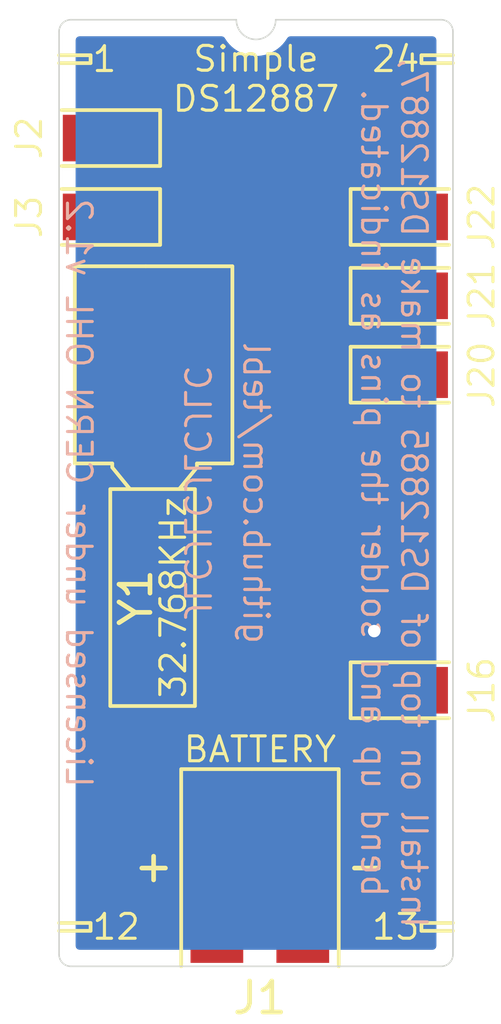
<source format=kicad_pcb>
(kicad_pcb (version 20171130) (host pcbnew "(5.1.8)-1")

  (general
    (thickness 1.6)
    (drawings 43)
    (tracks 14)
    (zones 0)
    (modules 8)
    (nets 5)
  )

  (page A4)
  (layers
    (0 F.Cu signal)
    (31 B.Cu signal)
    (32 B.Adhes user)
    (33 F.Adhes user)
    (34 B.Paste user)
    (35 F.Paste user)
    (36 B.SilkS user)
    (37 F.SilkS user)
    (38 B.Mask user)
    (39 F.Mask user)
    (40 Dwgs.User user)
    (41 Cmts.User user)
    (42 Eco1.User user)
    (43 Eco2.User user)
    (44 Edge.Cuts user)
    (45 Margin user)
    (46 B.CrtYd user)
    (47 F.CrtYd user)
    (48 B.Fab user)
    (49 F.Fab user)
  )

  (setup
    (last_trace_width 0.381)
    (trace_clearance 0.2)
    (zone_clearance 0.508)
    (zone_45_only no)
    (trace_min 0.2)
    (via_size 1)
    (via_drill 0.4)
    (via_min_size 0.4)
    (via_min_drill 0.3)
    (uvia_size 0.3)
    (uvia_drill 0.1)
    (uvias_allowed no)
    (uvia_min_size 0.2)
    (uvia_min_drill 0.1)
    (edge_width 0.05)
    (segment_width 0.2)
    (pcb_text_width 0.3)
    (pcb_text_size 1.5 1.5)
    (mod_edge_width 0.12)
    (mod_text_size 1 1)
    (mod_text_width 0.15)
    (pad_size 1.5 3)
    (pad_drill 0)
    (pad_to_mask_clearance 0)
    (aux_axis_origin 0 0)
    (visible_elements 7FFFFFFF)
    (pcbplotparams
      (layerselection 0x011fc_ffffffff)
      (usegerberextensions true)
      (usegerberattributes false)
      (usegerberadvancedattributes false)
      (creategerberjobfile false)
      (excludeedgelayer true)
      (linewidth 0.100000)
      (plotframeref false)
      (viasonmask false)
      (mode 1)
      (useauxorigin false)
      (hpglpennumber 1)
      (hpglpenspeed 20)
      (hpglpendiameter 15.000000)
      (psnegative false)
      (psa4output false)
      (plotreference true)
      (plotvalue true)
      (plotinvisibletext false)
      (padsonsilk false)
      (subtractmaskfromsilk false)
      (outputformat 1)
      (mirror false)
      (drillshape 0)
      (scaleselection 1)
      (outputdirectory "export/"))
  )

  (net 0 "")
  (net 1 /BAT-)
  (net 2 /BAT+)
  (net 3 "Net-(J2-Pad1)")
  (net 4 "Net-(J3-Pad1)")

  (net_class Default "This is the default net class."
    (clearance 0.2)
    (trace_width 0.381)
    (via_dia 1)
    (via_drill 0.4)
    (uvia_dia 0.3)
    (uvia_drill 0.1)
    (add_net "Net-(J2-Pad1)")
    (add_net "Net-(J3-Pad1)")
  )

  (net_class PWR ""
    (clearance 0.2)
    (trace_width 0.381)
    (via_dia 1)
    (via_drill 0.4)
    (uvia_dia 0.3)
    (uvia_drill 0.1)
    (add_net /BAT+)
    (add_net /BAT-)
  )

  (module Edge-Connect:edge_pins_1x02 (layer F.Cu) (tedit 634609C3) (tstamp 63465DFE)
    (at 138.557 118.11)
    (descr "Straight DE-9 connector, the blue kind with metal shield removed (solder to pads).")
    (tags "9-pin D-Sub connector straight vertical THT male pitch 2.77x2.84mm mounting holes distance 25mm")
    (path /634B5D13)
    (fp_text reference J1 (at 0 4.191 180) (layer F.SilkS)
      (effects (font (size 1 1) (thickness 0.15)))
    )
    (fp_text value BATTERY (at 0 -3.81) (layer F.SilkS)
      (effects (font (size 0.8 0.8) (thickness 0.1)))
    )
    (fp_line (start -0.254 -3.175) (end -2.54 -3.175) (layer F.SilkS) (width 0.12))
    (fp_line (start -2.54 -3.175) (end -2.54 3.175) (layer F.SilkS) (width 0.12))
    (fp_line (start 2.54 3.175) (end 2.54 -3.175) (layer F.SilkS) (width 0.12))
    (fp_line (start 2.54 -3.175) (end -0.254 -3.175) (layer F.SilkS) (width 0.12))
    (fp_line (start -2.667 -3.175) (end 2.667 -3.175) (layer F.CrtYd) (width 0.12))
    (fp_line (start 2.667 -3.175) (end 2.667 3.175) (layer F.CrtYd) (width 0.12))
    (fp_line (start 2.667 3.175) (end -2.667 3.175) (layer F.CrtYd) (width 0.12))
    (fp_line (start -2.667 3.175) (end -2.667 -3.175) (layer F.CrtYd) (width 0.12))
    (fp_text user %R (at 1.3815 -1.3565 180) (layer F.Fab)
      (effects (font (size 1 1) (thickness 0.15)))
    )
    (pad 2 smd rect (at -1.3885 0.0635 180) (size 1.7 6) (layers F.Cu F.Paste F.Mask)
      (net 2 /BAT+))
    (pad 1 smd rect (at 1.3815 0.0635 180) (size 1.7 6) (layers F.Cu F.Paste F.Mask)
      (net 1 /BAT-))
    (model ${KISYS3DMOD}/Connectors_DSub.3dshapes/DSUB-9_Male_Vertical_Pitch2.77x2.84mm.wrl
      (at (xyz 0 0 0))
      (scale (xyz 1 1 1))
      (rotate (xyz 0 0 0))
    )
  )

  (module Edge-Connect:edge_pins_1x02 (layer F.Cu) (tedit 634609C3) (tstamp 63465E5E)
    (at 135.128 101.9175)
    (descr "Straight DE-9 connector, the blue kind with metal shield removed (solder to pads).")
    (tags "9-pin D-Sub connector straight vertical THT male pitch 2.77x2.84mm mounting holes distance 25mm")
    (path /634B0AB7)
    (fp_text reference Y1 (at -0.5715 7.493 270) (layer F.SilkS)
      (effects (font (size 1 1) (thickness 0.15)))
    )
    (fp_text value 32.768KHz (at 0.635 10.795 270) (layer F.SilkS)
      (effects (font (size 0.8 0.8) (thickness 0.1)) (justify left))
    )
    (fp_line (start -0.254 -3.175) (end -2.54 -3.175) (layer F.SilkS) (width 0.12))
    (fp_line (start -2.54 -3.175) (end -2.54 3.175) (layer F.SilkS) (width 0.12))
    (fp_line (start 2.54 3.175) (end 2.54 -3.175) (layer F.SilkS) (width 0.12))
    (fp_line (start 2.54 -3.175) (end -0.254 -3.175) (layer F.SilkS) (width 0.12))
    (fp_line (start -2.667 -3.175) (end 2.667 -3.175) (layer F.CrtYd) (width 0.12))
    (fp_line (start 2.667 -3.175) (end 2.667 3.175) (layer F.CrtYd) (width 0.12))
    (fp_line (start 2.667 3.175) (end -2.667 3.175) (layer F.CrtYd) (width 0.12))
    (fp_line (start -2.667 3.175) (end -2.667 -3.175) (layer F.CrtYd) (width 0.12))
    (fp_text user %R (at 1.3815 -1.3565 180) (layer F.Fab)
      (effects (font (size 1 1) (thickness 0.15)))
    )
    (pad 2 smd rect (at -1.3885 0.0635 180) (size 1.7 6) (layers F.Cu F.Paste F.Mask)
      (net 4 "Net-(J3-Pad1)"))
    (pad 1 smd rect (at 1.3815 0.0635 180) (size 1.7 6) (layers F.Cu F.Paste F.Mask)
      (net 3 "Net-(J2-Pad1)"))
    (model ${KISYS3DMOD}/Connectors_DSub.3dshapes/DSUB-9_Male_Vertical_Pitch2.77x2.84mm.wrl
      (at (xyz 0 0 0))
      (scale (xyz 1 1 1))
      (rotate (xyz 0 0 0))
    )
  )

  (module Edge-Connect:edge_pins_1x01 (layer F.Cu) (tedit 634605D3) (tstamp 63465E0B)
    (at 133.4135 94.615 270)
    (descr "Straight DE-9 connector, the blue kind with metal shield removed (solder to pads).")
    (tags "9-pin D-Sub connector straight vertical THT male pitch 2.77x2.84mm mounting holes distance 25mm")
    (path /63493328)
    (fp_text reference J2 (at 0 2.3 270) (layer F.SilkS)
      (effects (font (size 0.8 0.8) (thickness 0.1)))
    )
    (fp_text value X1 (at 0 -2.5 90) (layer F.SilkS) hide
      (effects (font (size 0.8 0.8) (thickness 0.1)))
    )
    (fp_line (start -0.9 -1.925) (end -0.9 1.25) (layer F.SilkS) (width 0.12))
    (fp_line (start 0.9 -1.925) (end -0.9 -1.925) (layer F.SilkS) (width 0.12))
    (fp_line (start 0.9 1.25) (end 0.9 -1.925) (layer F.SilkS) (width 0.12))
    (fp_text user %R (at -0.0155 -1.3565 270) (layer F.Fab)
      (effects (font (size 1 1) (thickness 0.15)))
    )
    (pad 1 smd rect (at 0 -0.2865 90) (size 1.5 3) (layers F.Cu F.Paste F.Mask)
      (net 3 "Net-(J2-Pad1)"))
    (model ${KISYS3DMOD}/Connectors_DSub.3dshapes/DSUB-9_Male_Vertical_Pitch2.77x2.84mm.wrl
      (at (xyz 0 0 0))
      (scale (xyz 1 1 1))
      (rotate (xyz 0 0 0))
    )
  )

  (module Edge-Connect:edge_pins_1x01 (layer F.Cu) (tedit 634605D3) (tstamp 63465E18)
    (at 133.4135 97.155 270)
    (descr "Straight DE-9 connector, the blue kind with metal shield removed (solder to pads).")
    (tags "9-pin D-Sub connector straight vertical THT male pitch 2.77x2.84mm mounting holes distance 25mm")
    (path /63493A5C)
    (fp_text reference J3 (at 0 2.3 270) (layer F.SilkS)
      (effects (font (size 0.8 0.8) (thickness 0.1)))
    )
    (fp_text value X2 (at 0 -2.5 90) (layer F.SilkS) hide
      (effects (font (size 0.8 0.8) (thickness 0.1)))
    )
    (fp_line (start -0.9 -1.925) (end -0.9 1.25) (layer F.SilkS) (width 0.12))
    (fp_line (start 0.9 -1.925) (end -0.9 -1.925) (layer F.SilkS) (width 0.12))
    (fp_line (start 0.9 1.25) (end 0.9 -1.925) (layer F.SilkS) (width 0.12))
    (fp_text user %R (at -0.0155 -1.3565 270) (layer F.Fab)
      (effects (font (size 1 1) (thickness 0.15)))
    )
    (pad 1 smd rect (at 0 -0.2865 90) (size 1.5 3) (layers F.Cu F.Paste F.Mask)
      (net 4 "Net-(J3-Pad1)"))
    (model ${KISYS3DMOD}/Connectors_DSub.3dshapes/DSUB-9_Male_Vertical_Pitch2.77x2.84mm.wrl
      (at (xyz 0 0 0))
      (scale (xyz 1 1 1))
      (rotate (xyz 0 0 0))
    )
  )

  (module Edge-Connect:edge_pins_1x01 (layer F.Cu) (tedit 634605D3) (tstamp 63465E25)
    (at 143.405 112.395 90)
    (descr "Straight DE-9 connector, the blue kind with metal shield removed (solder to pads).")
    (tags "9-pin D-Sub connector straight vertical THT male pitch 2.77x2.84mm mounting holes distance 25mm")
    (path /6349F160)
    (fp_text reference J16 (at 0 2.3 270) (layer F.SilkS)
      (effects (font (size 0.8 0.8) (thickness 0.1)))
    )
    (fp_text value GND (at 0 -2.5 90) (layer F.SilkS) hide
      (effects (font (size 0.8 0.8) (thickness 0.1)))
    )
    (fp_line (start -0.9 -1.925) (end -0.9 1.25) (layer F.SilkS) (width 0.12))
    (fp_line (start 0.9 -1.925) (end -0.9 -1.925) (layer F.SilkS) (width 0.12))
    (fp_line (start 0.9 1.25) (end 0.9 -1.925) (layer F.SilkS) (width 0.12))
    (fp_text user %R (at -0.0155 -1.3565 270) (layer F.Fab)
      (effects (font (size 1 1) (thickness 0.15)))
    )
    (pad 1 smd rect (at 0 -0.2865 270) (size 1.5 3) (layers F.Cu F.Paste F.Mask)
      (net 1 /BAT-))
    (model ${KISYS3DMOD}/Connectors_DSub.3dshapes/DSUB-9_Male_Vertical_Pitch2.77x2.84mm.wrl
      (at (xyz 0 0 0))
      (scale (xyz 1 1 1))
      (rotate (xyz 0 0 0))
    )
  )

  (module Edge-Connect:edge_pins_1x01 (layer F.Cu) (tedit 634605D3) (tstamp 63465E32)
    (at 143.405 102.235 90)
    (descr "Straight DE-9 connector, the blue kind with metal shield removed (solder to pads).")
    (tags "9-pin D-Sub connector straight vertical THT male pitch 2.77x2.84mm mounting holes distance 25mm")
    (path /634A06D1)
    (fp_text reference J20 (at 0 2.3 270) (layer F.SilkS)
      (effects (font (size 0.8 0.8) (thickness 0.1)))
    )
    (fp_text value VBAT (at 0 -2.5 90) (layer F.SilkS) hide
      (effects (font (size 0.8 0.8) (thickness 0.1)))
    )
    (fp_line (start -0.9 -1.925) (end -0.9 1.25) (layer F.SilkS) (width 0.12))
    (fp_line (start 0.9 -1.925) (end -0.9 -1.925) (layer F.SilkS) (width 0.12))
    (fp_line (start 0.9 1.25) (end 0.9 -1.925) (layer F.SilkS) (width 0.12))
    (fp_text user %R (at -0.0155 -1.3565 270) (layer F.Fab)
      (effects (font (size 1 1) (thickness 0.15)))
    )
    (pad 1 smd rect (at 0 -0.2865 270) (size 1.5 3) (layers F.Cu F.Paste F.Mask)
      (net 2 /BAT+))
    (model ${KISYS3DMOD}/Connectors_DSub.3dshapes/DSUB-9_Male_Vertical_Pitch2.77x2.84mm.wrl
      (at (xyz 0 0 0))
      (scale (xyz 1 1 1))
      (rotate (xyz 0 0 0))
    )
  )

  (module Edge-Connect:edge_pins_1x01 (layer F.Cu) (tedit 634605D3) (tstamp 63465E3F)
    (at 143.405 99.695 90)
    (descr "Straight DE-9 connector, the blue kind with metal shield removed (solder to pads).")
    (tags "9-pin D-Sub connector straight vertical THT male pitch 2.77x2.84mm mounting holes distance 25mm")
    (path /634A0E56)
    (fp_text reference J21 (at 0 2.3 270) (layer F.SilkS)
      (effects (font (size 0.8 0.8) (thickness 0.1)))
    )
    (fp_text value ~RCLR (at 0 -2.5 90) (layer F.SilkS) hide
      (effects (font (size 0.8 0.8) (thickness 0.1)))
    )
    (fp_line (start -0.9 -1.925) (end -0.9 1.25) (layer F.SilkS) (width 0.12))
    (fp_line (start 0.9 -1.925) (end -0.9 -1.925) (layer F.SilkS) (width 0.12))
    (fp_line (start 0.9 1.25) (end 0.9 -1.925) (layer F.SilkS) (width 0.12))
    (fp_text user %R (at -0.0155 -1.3565 270) (layer F.Fab)
      (effects (font (size 1 1) (thickness 0.15)))
    )
    (pad 1 smd rect (at 0 -0.2865 270) (size 1.5 3) (layers F.Cu F.Paste F.Mask))
    (model ${KISYS3DMOD}/Connectors_DSub.3dshapes/DSUB-9_Male_Vertical_Pitch2.77x2.84mm.wrl
      (at (xyz 0 0 0))
      (scale (xyz 1 1 1))
      (rotate (xyz 0 0 0))
    )
  )

  (module Edge-Connect:edge_pins_1x01 (layer F.Cu) (tedit 634605D3) (tstamp 63465E4C)
    (at 143.405 97.155 90)
    (descr "Straight DE-9 connector, the blue kind with metal shield removed (solder to pads).")
    (tags "9-pin D-Sub connector straight vertical THT male pitch 2.77x2.84mm mounting holes distance 25mm")
    (path /634B8AC9)
    (fp_text reference J22 (at 0 2.3 270) (layer F.SilkS)
      (effects (font (size 0.8 0.8) (thickness 0.1)))
    )
    (fp_text value N.C. (at 0 -2.5 90) (layer F.SilkS) hide
      (effects (font (size 0.8 0.8) (thickness 0.1)))
    )
    (fp_line (start -0.9 -1.925) (end -0.9 1.25) (layer F.SilkS) (width 0.12))
    (fp_line (start 0.9 -1.925) (end -0.9 -1.925) (layer F.SilkS) (width 0.12))
    (fp_line (start 0.9 1.25) (end 0.9 -1.925) (layer F.SilkS) (width 0.12))
    (fp_text user %R (at -0.0155 -1.3565 270) (layer F.Fab)
      (effects (font (size 1 1) (thickness 0.15)))
    )
    (pad 1 smd rect (at 0 -0.2865 270) (size 1.5 3) (layers F.Cu F.Paste F.Mask))
    (model ${KISYS3DMOD}/Connectors_DSub.3dshapes/DSUB-9_Male_Vertical_Pitch2.77x2.84mm.wrl
      (at (xyz 0 0 0))
      (scale (xyz 1 1 1))
      (rotate (xyz 0 0 0))
    )
  )

  (gr_text 24 (at 143.764 92.075) (layer F.SilkS) (tstamp 63619E93)
    (effects (font (size 0.8 0.8) (thickness 0.1)) (justify right))
  )
  (gr_line (start 143.764 91.948) (end 144.78 91.948) (layer F.SilkS) (width 0.12) (tstamp 63619E92))
  (gr_line (start 144.78 92.202) (end 143.764 92.202) (layer F.SilkS) (width 0.12) (tstamp 63619E91))
  (gr_line (start 143.764 92.202) (end 143.764 91.948) (layer F.SilkS) (width 0.12) (tstamp 63619E90))
  (gr_text 12 (at 133.096 120.015) (layer F.SilkS) (tstamp 63619E7D)
    (effects (font (size 0.8 0.8) (thickness 0.1)) (justify left))
  )
  (gr_line (start 133.096 119.888) (end 133.096 120.142) (layer F.SilkS) (width 0.12) (tstamp 63619E7C))
  (gr_line (start 133.096 120.142) (end 132.08 120.142) (layer F.SilkS) (width 0.12) (tstamp 63619E7B))
  (gr_line (start 132.08 119.888) (end 133.096 119.888) (layer F.SilkS) (width 0.12) (tstamp 63619E7A))
  (gr_text 1 (at 133.096 92.075) (layer F.SilkS) (tstamp 63619E53)
    (effects (font (size 0.8 0.8) (thickness 0.1)) (justify left))
  )
  (gr_line (start 133.096 92.202) (end 132.08 92.202) (layer F.SilkS) (width 0.12) (tstamp 63619E52))
  (gr_line (start 132.08 91.948) (end 133.096 91.948) (layer F.SilkS) (width 0.12) (tstamp 63619E51))
  (gr_line (start 133.096 91.948) (end 133.096 92.202) (layer F.SilkS) (width 0.12) (tstamp 63619E50))
  (gr_text 13 (at 143.764 120.015) (layer F.SilkS) (tstamp 63619DF3)
    (effects (font (size 0.8 0.8) (thickness 0.1)) (justify right))
  )
  (gr_line (start 144.78 120.142) (end 143.764 120.142) (layer F.SilkS) (width 0.12) (tstamp 63619DF2))
  (gr_line (start 143.764 120.142) (end 143.764 119.888) (layer F.SilkS) (width 0.12) (tstamp 63619DF1))
  (gr_line (start 143.764 119.888) (end 144.78 119.888) (layer F.SilkS) (width 0.12) (tstamp 63619DF0))
  (gr_text JLCJLCJLCJLC (at 136.525 106.045 270) (layer B.SilkS) (tstamp 634E5E23)
    (effects (font (size 0.8 0.8) (thickness 0.1)) (justify mirror))
  )
  (gr_text "Simple\nDS12887" (at 138.43 92.71) (layer F.SilkS) (tstamp 63460E8F)
    (effects (font (size 0.8 0.8) (thickness 0.1)))
  )
  (gr_text github.com/tebl (at 138.43 106.045 270) (layer B.SilkS) (tstamp 63460DD3)
    (effects (font (size 0.8 0.8) (thickness 0.1)) (justify mirror))
  )
  (gr_text "Licensed under CERN OHL v1.2" (at 132.715 106.045 270) (layer B.SilkS) (tstamp 63460DD3)
    (effects (font (size 0.8 0.8) (thickness 0.1)) (justify mirror))
  )
  (gr_text "Install on top of DS12885 to make DS12887,\nbend up and solder the pins as indicated." (at 142.875 106.045 270) (layer B.SilkS)
    (effects (font (size 0.8 0.8) (thickness 0.1)) (justify mirror))
  )
  (gr_text - (at 141.986 118.0465) (layer F.SilkS)
    (effects (font (size 1 1) (thickness 0.15)))
  )
  (gr_text + (at 135.128 118.0465) (layer F.SilkS)
    (effects (font (size 1 1) (thickness 0.15)))
  )
  (gr_line (start 137.668 105.0925) (end 136.525 105.0925) (layer F.SilkS) (width 0.12))
  (gr_line (start 132.588 105.0925) (end 133.7945 105.0925) (layer F.SilkS) (width 0.12))
  (gr_line (start 133.7945 105.2195) (end 133.7945 105.0925) (layer F.SilkS) (width 0.12))
  (gr_line (start 134.366 105.918) (end 133.7945 105.2195) (layer F.SilkS) (width 0.12))
  (gr_line (start 136.525 105.2195) (end 136.525 105.0925) (layer F.SilkS) (width 0.12))
  (gr_line (start 135.9535 105.918) (end 136.525 105.2195) (layer F.SilkS) (width 0.12))
  (gr_line (start 133.731 105.918) (end 133.731 112.903) (layer F.SilkS) (width 0.12) (tstamp 6346731B))
  (gr_line (start 136.4615 105.918) (end 133.731 105.918) (layer F.SilkS) (width 0.12))
  (gr_line (start 136.4615 112.903) (end 136.4615 105.918) (layer F.SilkS) (width 0.12))
  (gr_line (start 133.731 112.903) (end 136.4615 112.903) (layer F.SilkS) (width 0.12))
  (gr_arc (start 144.399 120.904) (end 144.399 121.285) (angle -90) (layer Edge.Cuts) (width 0.05) (tstamp 63466BAD))
  (gr_arc (start 132.461 120.904) (end 132.08 120.904) (angle -90) (layer Edge.Cuts) (width 0.05) (tstamp 63466BAD))
  (gr_arc (start 132.461 91.186) (end 132.461 90.805) (angle -90) (layer Edge.Cuts) (width 0.05) (tstamp 63466BAD))
  (gr_arc (start 144.399 91.186) (end 144.78 91.186) (angle -90) (layer Edge.Cuts) (width 0.05))
  (gr_line (start 139.065 90.805) (end 144.399 90.805) (layer Edge.Cuts) (width 0.05) (tstamp 634663AA))
  (gr_arc (start 138.43 90.805) (end 137.795 90.805) (angle -180) (layer Edge.Cuts) (width 0.05))
  (gr_line (start 132.08 120.904) (end 132.08 91.186) (layer Edge.Cuts) (width 0.05) (tstamp 634663A7))
  (gr_line (start 144.399 121.285) (end 132.461 121.285) (layer Edge.Cuts) (width 0.05))
  (gr_line (start 144.78 91.186) (end 144.78 120.904) (layer Edge.Cuts) (width 0.05))
  (gr_line (start 132.461 90.805) (end 137.795 90.805) (layer Edge.Cuts) (width 0.05))

  (segment (start 143.1185 114.9935) (end 139.9385 118.1735) (width 0.381) (layer F.Cu) (net 1) (status 20))
  (segment (start 143.1185 112.395) (end 143.1185 114.9935) (width 0.381) (layer F.Cu) (net 1) (status 10))
  (via (at 142.24 110.49) (size 1) (drill 0.4) (layers F.Cu B.Cu) (net 1))
  (segment (start 143.1185 111.3685) (end 142.24 110.49) (width 0.381) (layer F.Cu) (net 1))
  (segment (start 143.1185 112.395) (end 143.1185 111.3685) (width 0.381) (layer F.Cu) (net 1))
  (segment (start 137.1685 118.1735) (end 137.1685 115.1805) (width 0.381) (layer F.Cu) (net 2) (status 30))
  (segment (start 137.1685 115.1805) (end 139.827 112.522) (width 0.381) (layer F.Cu) (net 2) (status 10))
  (segment (start 139.827 105.5265) (end 143.1185 102.235) (width 0.381) (layer F.Cu) (net 2) (status 20))
  (segment (start 139.827 112.522) (end 139.827 105.5265) (width 0.381) (layer F.Cu) (net 2))
  (segment (start 136.5095 101.981) (end 136.5095 95.679) (width 0.381) (layer F.Cu) (net 3))
  (segment (start 135.4455 94.615) (end 133.7 94.615) (width 0.381) (layer F.Cu) (net 3))
  (segment (start 136.5095 95.679) (end 135.4455 94.615) (width 0.381) (layer F.Cu) (net 3))
  (segment (start 133.7 101.9415) (end 133.7395 101.981) (width 0.381) (layer F.Cu) (net 4))
  (segment (start 133.7 97.155) (end 133.7 101.9415) (width 0.381) (layer F.Cu) (net 4))

  (zone (net 1) (net_name /BAT-) (layer B.Cu) (tstamp 0) (hatch edge 0.508)
    (connect_pads (clearance 0.508))
    (min_thickness 0.254)
    (fill yes (arc_segments 32) (thermal_gap 0.508) (thermal_bridge_width 0.508))
    (polygon
      (pts
        (xy 146.05 122.555) (xy 130.175 122.555) (xy 130.175 90.17) (xy 146.05 90.17)
      )
    )
    (filled_polygon
      (pts
        (xy 137.327691 91.481711) (xy 137.361468 91.531041) (xy 137.39459 91.580894) (xy 137.400464 91.587995) (xy 137.480125 91.68293)
        (xy 137.522838 91.724757) (xy 137.565013 91.767228) (xy 137.572155 91.773052) (xy 137.668738 91.850708) (xy 137.718806 91.883471)
        (xy 137.768384 91.916913) (xy 137.77652 91.921239) (xy 137.886348 91.978656) (xy 137.941836 92.001074) (xy 137.996961 92.024247)
        (xy 138.005777 92.026908) (xy 138.005779 92.026909) (xy 138.005781 92.026909) (xy 138.005783 92.02691) (xy 138.124671 92.0619)
        (xy 138.183422 92.073107) (xy 138.242019 92.085136) (xy 138.251191 92.086035) (xy 138.251196 92.086035) (xy 138.251199 92.086036)
        (xy 138.251202 92.086036) (xy 138.374611 92.097268) (xy 138.434394 92.096851) (xy 138.494255 92.097269) (xy 138.503416 92.09637)
        (xy 138.503418 92.09637) (xy 138.503426 92.096369) (xy 138.626677 92.083414) (xy 138.685274 92.071385) (xy 138.744028 92.060178)
        (xy 138.75285 92.057514) (xy 138.871238 92.020867) (xy 138.926368 91.997692) (xy 138.981847 91.975278) (xy 138.989983 91.970951)
        (xy 139.098998 91.912008) (xy 139.148582 91.878563) (xy 139.198645 91.845803) (xy 139.205786 91.839978) (xy 139.301276 91.760982)
        (xy 139.34343 91.718533) (xy 139.386165 91.676685) (xy 139.392039 91.669584) (xy 139.470367 91.573545) (xy 139.503472 91.523719)
        (xy 139.537267 91.474362) (xy 139.54165 91.466256) (xy 139.542318 91.465) (xy 144.12 91.465) (xy 144.120001 120.625)
        (xy 132.74 120.625) (xy 132.74 91.465) (xy 137.318504 91.465)
      )
    )
  )
)

</source>
